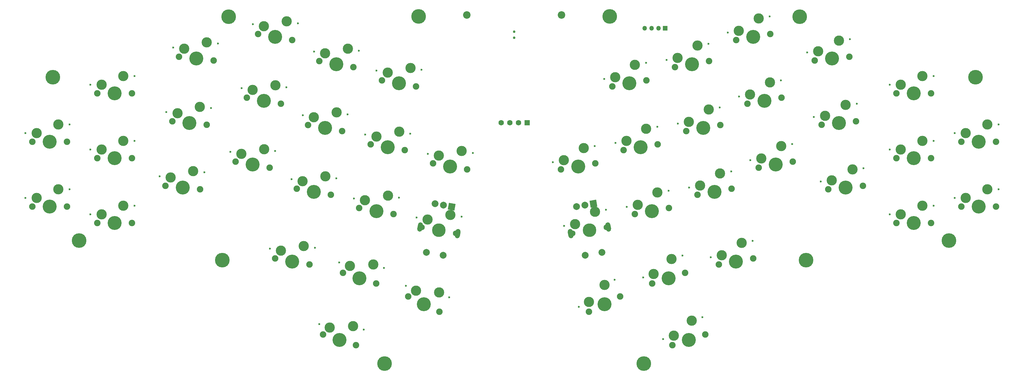
<source format=gts>
%TF.GenerationSoftware,KiCad,Pcbnew,(5.1.10)-1*%
%TF.CreationDate,2021-10-29T12:16:09+09:00*%
%TF.ProjectId,yacc46,79616363-3436-42e6-9b69-6361645f7063,rev?*%
%TF.SameCoordinates,Original*%
%TF.FileFunction,Soldermask,Top*%
%TF.FilePolarity,Negative*%
%FSLAX46Y46*%
G04 Gerber Fmt 4.6, Leading zero omitted, Abs format (unit mm)*
G04 Created by KiCad (PCBNEW (5.1.10)-1) date 2021-10-29 12:16:09*
%MOMM*%
%LPD*%
G01*
G04 APERTURE LIST*
%ADD10R,1.350000X1.350000*%
%ADD11O,1.350000X1.350000*%
%ADD12C,0.750000*%
%ADD13R,1.600000X1.600000*%
%ADD14C,1.600000*%
%ADD15C,0.600000*%
%ADD16C,3.000000*%
%ADD17C,1.900000*%
%ADD18C,4.100000*%
%ADD19C,3.987800*%
%ADD20C,1.750000*%
%ADD21C,0.100000*%
%ADD22C,2.000000*%
%ADD23C,4.300000*%
%ADD24C,2.200000*%
G04 APERTURE END LIST*
D10*
%TO.C,J2*%
X214300000Y-32500000D03*
D11*
X212300000Y-32500000D03*
X210300000Y-32500000D03*
X208300000Y-32500000D03*
%TD*%
D12*
%TO.C,SW47*%
X170000000Y-33460000D03*
X170000000Y-35260000D03*
%TD*%
D13*
%TO.C,J1*%
X173800000Y-60270000D03*
D14*
X171260000Y-60270000D03*
X168720000Y-60270000D03*
X166180000Y-60270000D03*
%TD*%
D15*
%TO.C,SW12*%
X144700033Y-69374141D03*
X157871710Y-69117479D03*
D16*
X154619874Y-68544093D03*
X147925279Y-69942839D03*
D17*
X146233507Y-72223717D03*
X156239153Y-73987983D03*
D18*
X151236330Y-73105850D03*
%TD*%
D16*
%TO.C,SW19*%
X144617281Y-88703427D03*
D15*
X154563712Y-87878067D03*
X141392035Y-88134729D03*
D16*
X151311876Y-87304681D03*
D19*
X147928332Y-91866438D03*
D20*
X152931155Y-92748571D03*
X142925509Y-90984305D03*
D21*
G36*
X150881553Y-83756044D02*
G01*
X152851169Y-84103340D01*
X152503873Y-86072956D01*
X150534257Y-85725660D01*
X150881553Y-83756044D01*
G37*
D22*
X149230693Y-84480380D03*
X146768674Y-84046259D03*
G36*
G01*
X153686362Y-91460137D02*
X153686362Y-91460137D01*
G75*
G02*
X154294732Y-92328979I-130236J-738606D01*
G01*
X154068990Y-93609229D01*
G75*
G02*
X153200148Y-94217599I-738606J130236D01*
G01*
X153200148Y-94217599D01*
G75*
G02*
X152591778Y-93348757I130236J738606D01*
G01*
X152817520Y-92068507D01*
G75*
G02*
X153686362Y-91460137I738606J-130236D01*
G01*
G37*
G36*
G01*
X142656516Y-89515277D02*
X142656516Y-89515277D01*
G75*
G02*
X143264886Y-90384119I-130236J-738606D01*
G01*
X143039144Y-91664369D01*
G75*
G02*
X142170302Y-92272739I-738606J130236D01*
G01*
X142170302Y-92272739D01*
G75*
G02*
X141561932Y-91403897I130236J738606D01*
G01*
X141787674Y-90123647D01*
G75*
G02*
X142656516Y-89515277I738606J-130236D01*
G01*
G37*
X149174814Y-99194213D03*
X144250775Y-98325972D03*
%TD*%
D16*
%TO.C,SW36*%
X187878484Y-90026626D03*
D15*
X196942782Y-85849162D03*
X184653239Y-90595324D03*
D16*
X193690947Y-86422548D03*
D19*
X192071668Y-91866438D03*
D20*
X197074491Y-90984305D03*
X187068845Y-92748571D03*
D21*
G36*
X192072870Y-83235099D02*
G01*
X194042486Y-82887803D01*
X194389782Y-84857419D01*
X192420166Y-85204715D01*
X192072870Y-83235099D01*
G37*
D22*
X190769307Y-84480380D03*
X188307287Y-84914500D03*
G36*
G01*
X197343484Y-89515277D02*
X197343484Y-89515277D01*
G75*
G02*
X198212326Y-90123647I130236J-738606D01*
G01*
X198438068Y-91403897D01*
G75*
G02*
X197829698Y-92272739I-738606J-130236D01*
G01*
X197829698Y-92272739D01*
G75*
G02*
X196960856Y-91664369I-130236J738606D01*
G01*
X196735114Y-90384119D01*
G75*
G02*
X197343484Y-89515277I738606J130236D01*
G01*
G37*
G36*
G01*
X186313638Y-91460137D02*
X186313638Y-91460137D01*
G75*
G02*
X187182480Y-92068507I130236J-738606D01*
G01*
X187408222Y-93348757D01*
G75*
G02*
X186799852Y-94217599I-738606J-130236D01*
G01*
X186799852Y-94217599D01*
G75*
G02*
X185931010Y-93609229I-130236J738606D01*
G01*
X185705268Y-92328979D01*
G75*
G02*
X186313638Y-91460137I738606J130236D01*
G01*
G37*
X195749225Y-98325972D03*
X190825186Y-99194213D03*
%TD*%
D15*
%TO.C,SW1*%
X45715000Y-49035000D03*
X58642000Y-46495000D03*
D16*
X55340000Y-46495000D03*
X48990000Y-49035000D03*
D17*
X47720000Y-51575000D03*
X57880000Y-51575000D03*
D18*
X52800000Y-51575000D03*
%TD*%
D15*
%TO.C,SW2*%
X69995304Y-38134858D03*
X83116991Y-36960012D03*
D16*
X79833079Y-36614859D03*
X73252363Y-38477189D03*
D17*
X71723818Y-40870523D03*
X81828160Y-41932533D03*
D18*
X76775989Y-41401528D03*
%TD*%
D15*
%TO.C,SW3*%
X93380267Y-31309266D03*
X106551944Y-31052604D03*
D16*
X103300108Y-30479218D03*
X96605513Y-31877964D03*
D17*
X94913741Y-34158842D03*
X104919387Y-35923108D03*
D18*
X99916564Y-35040975D03*
%TD*%
D15*
%TO.C,SW4*%
X111313855Y-39307411D03*
X124485532Y-39050749D03*
D16*
X121233696Y-38477363D03*
X114539101Y-39876109D03*
D17*
X112847329Y-42156987D03*
X122852975Y-43921253D03*
D18*
X117850152Y-43039120D03*
%TD*%
D15*
%TO.C,SW5*%
X129660943Y-44960482D03*
X142832620Y-44703820D03*
D16*
X139580784Y-44130434D03*
X132886189Y-45529180D03*
D17*
X131194417Y-47810058D03*
X141200063Y-49574324D03*
D18*
X136197240Y-48692191D03*
%TD*%
D15*
%TO.C,SW6*%
X26665000Y-63322500D03*
X39592000Y-60782500D03*
D16*
X36290000Y-60782500D03*
X29940000Y-63322500D03*
D17*
X28670000Y-65862500D03*
X38830000Y-65862500D03*
D18*
X33750000Y-65862500D03*
%TD*%
D15*
%TO.C,SW7*%
X45715000Y-68085000D03*
X58642000Y-65545000D03*
D16*
X55340000Y-65545000D03*
X48990000Y-68085000D03*
D17*
X47720000Y-70625000D03*
X57880000Y-70625000D03*
D18*
X52800000Y-70625000D03*
%TD*%
D15*
%TO.C,SW8*%
X68004036Y-57080500D03*
X81125723Y-55905654D03*
D16*
X77841811Y-55560501D03*
X71261095Y-57422831D03*
D17*
X69732550Y-59816165D03*
X79836892Y-60878175D03*
D18*
X74784721Y-60347170D03*
%TD*%
D15*
%TO.C,SW9*%
X90072269Y-50069854D03*
X103243946Y-49813192D03*
D16*
X99992110Y-49239806D03*
X93297515Y-50638552D03*
D17*
X91605743Y-52919430D03*
X101611389Y-54683696D03*
D18*
X96608566Y-53801563D03*
%TD*%
D15*
%TO.C,SW10*%
X108005857Y-58067999D03*
X121177534Y-57811337D03*
D16*
X117925698Y-57237951D03*
X111231103Y-58636697D03*
D17*
X109539331Y-60917575D03*
X119544977Y-62681841D03*
D18*
X114542154Y-61799708D03*
%TD*%
D15*
%TO.C,SW11*%
X126352945Y-63721070D03*
X139524622Y-63464408D03*
D16*
X136272786Y-62891022D03*
X129578191Y-64289768D03*
D17*
X127886419Y-66570646D03*
X137892065Y-68334912D03*
D18*
X132889242Y-67452779D03*
%TD*%
D15*
%TO.C,SW13*%
X26665000Y-82372500D03*
X39592000Y-79832500D03*
D16*
X36290000Y-79832500D03*
X29940000Y-82372500D03*
D17*
X28670000Y-84912500D03*
X38830000Y-84912500D03*
D18*
X33750000Y-84912500D03*
%TD*%
D15*
%TO.C,SW14*%
X45715000Y-87135000D03*
X58642000Y-84595000D03*
D16*
X55340000Y-84595000D03*
X48990000Y-87135000D03*
D17*
X47720000Y-89675000D03*
X57880000Y-89675000D03*
D18*
X52800000Y-89675000D03*
%TD*%
D15*
%TO.C,SW15*%
X66012769Y-76026142D03*
X79134456Y-74851296D03*
D16*
X75850544Y-74506143D03*
X69269828Y-76368473D03*
D17*
X67741283Y-78761807D03*
X77845625Y-79823817D03*
D18*
X72793454Y-79292812D03*
%TD*%
D15*
%TO.C,SW16*%
X86764271Y-68830442D03*
X99935948Y-68573780D03*
D16*
X96684112Y-68000394D03*
X89989517Y-69399140D03*
D17*
X88297745Y-71680018D03*
X98303391Y-73444284D03*
D18*
X93300568Y-72562151D03*
%TD*%
D15*
%TO.C,SW17*%
X104697859Y-76828586D03*
X117869536Y-76571924D03*
D16*
X114617700Y-75998538D03*
X107923105Y-77397284D03*
D17*
X106231333Y-79678162D03*
X116236979Y-81442428D03*
D18*
X111234156Y-80560295D03*
%TD*%
D15*
%TO.C,SW18*%
X123044947Y-82481658D03*
X136216624Y-82224996D03*
D16*
X132964788Y-81651610D03*
X126270193Y-83050356D03*
D17*
X124578421Y-85331234D03*
X134584067Y-87095500D03*
D18*
X129581244Y-86213367D03*
%TD*%
D15*
%TO.C,SW20*%
X98397586Y-97291287D03*
X111569263Y-97034625D03*
D16*
X108317427Y-96461239D03*
X101622832Y-97859985D03*
D17*
X99931060Y-100140863D03*
X109936706Y-101905129D03*
D18*
X104933883Y-101022996D03*
%TD*%
D15*
%TO.C,SW21*%
X118709046Y-101336793D03*
X131788256Y-102915772D03*
D16*
X128647868Y-101895398D03*
X121823756Y-102348824D03*
D17*
X119831011Y-104372056D03*
X129493745Y-107511668D03*
D18*
X124662378Y-105941862D03*
%TD*%
D15*
%TO.C,SW22*%
X138259810Y-108169738D03*
X150991983Y-111553624D03*
D16*
X148024165Y-110106123D03*
X141203360Y-109605403D03*
D17*
X138948429Y-111331609D03*
X148080177Y-115785459D03*
D18*
X143514303Y-113558534D03*
%TD*%
D15*
%TO.C,SW23*%
X112822272Y-119454419D03*
X125901482Y-121033398D03*
D16*
X122761094Y-120013024D03*
X115936982Y-120466450D03*
D17*
X113944237Y-122489682D03*
X123606971Y-125629294D03*
D18*
X118775604Y-124059488D03*
%TD*%
D15*
%TO.C,SW24*%
X196384331Y-47421077D03*
X208673874Y-42674915D03*
D16*
X205422039Y-43248301D03*
X199609576Y-46852379D03*
D17*
X198799937Y-49574324D03*
X208805583Y-47810058D03*
D18*
X203802760Y-48692191D03*
%TD*%
D15*
%TO.C,SW25*%
X214731419Y-41768006D03*
X227020962Y-37021844D03*
D16*
X223769127Y-37595230D03*
X217956664Y-41199308D03*
D17*
X217147025Y-43921253D03*
X227152671Y-42156987D03*
D18*
X222149848Y-43039120D03*
%TD*%
D15*
%TO.C,SW26*%
X232665007Y-33769861D03*
X244954550Y-29023699D03*
D16*
X241702715Y-29597085D03*
X235890252Y-33201163D03*
D17*
X235080613Y-35923108D03*
X245086259Y-34158842D03*
D18*
X240083436Y-35040975D03*
%TD*%
D15*
%TO.C,SW27*%
X255912321Y-39616027D03*
X268503003Y-35738701D03*
D16*
X265219092Y-36083854D03*
X259169380Y-39273696D03*
D17*
X258171840Y-41932533D03*
X268276182Y-40870523D03*
D18*
X263224011Y-41401528D03*
%TD*%
D15*
%TO.C,SW28*%
X280115000Y-49035000D03*
X293042000Y-46495000D03*
D16*
X289740000Y-46495000D03*
X283390000Y-49035000D03*
D17*
X282120000Y-51575000D03*
X292280000Y-51575000D03*
D18*
X287200000Y-51575000D03*
%TD*%
D15*
%TO.C,SW29*%
X181345241Y-71834736D03*
X193634784Y-67088574D03*
D16*
X190382949Y-67661960D03*
X184570486Y-71266038D03*
D17*
X183760847Y-73987983D03*
X193766493Y-72223717D03*
D18*
X188763670Y-73105850D03*
%TD*%
D15*
%TO.C,SW30*%
X199692329Y-66181665D03*
X211981872Y-61435503D03*
D16*
X208730037Y-62008889D03*
X202917574Y-65612967D03*
D17*
X202107935Y-68334912D03*
X212113581Y-66570646D03*
D18*
X207110758Y-67452779D03*
%TD*%
D15*
%TO.C,SW31*%
X218039417Y-60528594D03*
X230328960Y-55782432D03*
D16*
X227077125Y-56355818D03*
X221264662Y-59959896D03*
D17*
X220455023Y-62681841D03*
X230460669Y-60917575D03*
D18*
X225457846Y-61799708D03*
%TD*%
D15*
%TO.C,SW32*%
X235973005Y-52530449D03*
X248262548Y-47784287D03*
D16*
X245010713Y-48357673D03*
X239198250Y-51961751D03*
D17*
X238388611Y-54683696D03*
X248394257Y-52919430D03*
D18*
X243391434Y-53801563D03*
%TD*%
D15*
%TO.C,SW33*%
X257903589Y-58561669D03*
X270494271Y-54684343D03*
D16*
X267210360Y-55029496D03*
X261160648Y-58219338D03*
D17*
X260163108Y-60878175D03*
X270267450Y-59816165D03*
D18*
X265215279Y-60347170D03*
%TD*%
D15*
%TO.C,SW34*%
X280115000Y-68085000D03*
X293042000Y-65545000D03*
D16*
X289740000Y-65545000D03*
X283390000Y-68085000D03*
D17*
X282120000Y-70625000D03*
X292280000Y-70625000D03*
D18*
X287200000Y-70625000D03*
%TD*%
D15*
%TO.C,SW35*%
X299165000Y-63322500D03*
X312092000Y-60782500D03*
D16*
X308790000Y-60782500D03*
X302440000Y-63322500D03*
D17*
X301170000Y-65862500D03*
X311330000Y-65862500D03*
D18*
X306250000Y-65862500D03*
%TD*%
D15*
%TO.C,SW37*%
X203000327Y-84942253D03*
X215289870Y-80196091D03*
D16*
X212038035Y-80769477D03*
X206225572Y-84373555D03*
D17*
X205415933Y-87095500D03*
X215421579Y-85331234D03*
D18*
X210418756Y-86213367D03*
%TD*%
D15*
%TO.C,SW38*%
X221347415Y-79289181D03*
X233636958Y-74543019D03*
D16*
X230385123Y-75116405D03*
X224572660Y-78720483D03*
D17*
X223763021Y-81442428D03*
X233768667Y-79678162D03*
D18*
X228765844Y-80560295D03*
%TD*%
D15*
%TO.C,SW39*%
X239281003Y-71291037D03*
X251570546Y-66544875D03*
D16*
X248318711Y-67118261D03*
X242506248Y-70722339D03*
D17*
X241696609Y-73444284D03*
X251702255Y-71680018D03*
D18*
X246699432Y-72562151D03*
%TD*%
D15*
%TO.C,SW40*%
X259894856Y-77507311D03*
X272485538Y-73629985D03*
D16*
X269201627Y-73975138D03*
X263151915Y-77164980D03*
D17*
X262154375Y-79823817D03*
X272258717Y-78761807D03*
D18*
X267206546Y-79292812D03*
%TD*%
D15*
%TO.C,SW41*%
X280115000Y-87135000D03*
X293042000Y-84595000D03*
D16*
X289740000Y-84595000D03*
X283390000Y-87135000D03*
D17*
X282120000Y-89675000D03*
X292280000Y-89675000D03*
D18*
X287200000Y-89675000D03*
%TD*%
D15*
%TO.C,SW42*%
X299165000Y-82372500D03*
X312092000Y-79832500D03*
D16*
X308790000Y-79832500D03*
X302440000Y-82372500D03*
D17*
X301170000Y-84912500D03*
X311330000Y-84912500D03*
D18*
X306250000Y-84912500D03*
%TD*%
D15*
%TO.C,SW43*%
X189004278Y-114381457D03*
X199509526Y-106431696D03*
D16*
X196541708Y-107879198D03*
X191947829Y-112945791D03*
D17*
X191919823Y-115785459D03*
X201051571Y-111331609D03*
D18*
X196485697Y-113558534D03*
%TD*%
D15*
%TO.C,SW44*%
X207814483Y-105715564D03*
X219323888Y-99305218D03*
D16*
X216183499Y-100325592D03*
X210929194Y-104703533D03*
D17*
X210506255Y-107511668D03*
X220168989Y-104372056D03*
D18*
X215337622Y-105941862D03*
%TD*%
D15*
%TO.C,SW45*%
X227647688Y-99751882D03*
X239937231Y-95005720D03*
D16*
X236685396Y-95579106D03*
X230872933Y-99183184D03*
D17*
X230063294Y-101905129D03*
X240068940Y-100140863D03*
D18*
X235066117Y-101022996D03*
%TD*%
D15*
%TO.C,SW46*%
X213701257Y-123833190D03*
X225210662Y-117422844D03*
D16*
X222070273Y-118443218D03*
X216815968Y-122821159D03*
D17*
X216393029Y-125629294D03*
X226055763Y-122489682D03*
D18*
X221224396Y-124059488D03*
%TD*%
D23*
%TO.C,H1*%
X132000000Y-131050000D03*
%TD*%
%TO.C,H2*%
X84400000Y-100650000D03*
%TD*%
%TO.C,H3*%
X42450000Y-94850000D03*
%TD*%
%TO.C,H4*%
X34700000Y-46850000D03*
%TD*%
%TO.C,H5*%
X86300000Y-29100000D03*
%TD*%
%TO.C,H6*%
X142000000Y-29000000D03*
%TD*%
%TO.C,H7*%
X198000000Y-29000000D03*
%TD*%
%TO.C,H8*%
X253700000Y-29100000D03*
%TD*%
%TO.C,H9*%
X305300000Y-46850000D03*
%TD*%
%TO.C,H10*%
X297550000Y-94850000D03*
%TD*%
%TO.C,H11*%
X255600000Y-100650000D03*
%TD*%
%TO.C,H12*%
X208000000Y-131050000D03*
%TD*%
D24*
%TO.C,H13*%
X156100000Y-28600000D03*
%TD*%
%TO.C,H14*%
X183900000Y-28600000D03*
%TD*%
M02*

</source>
